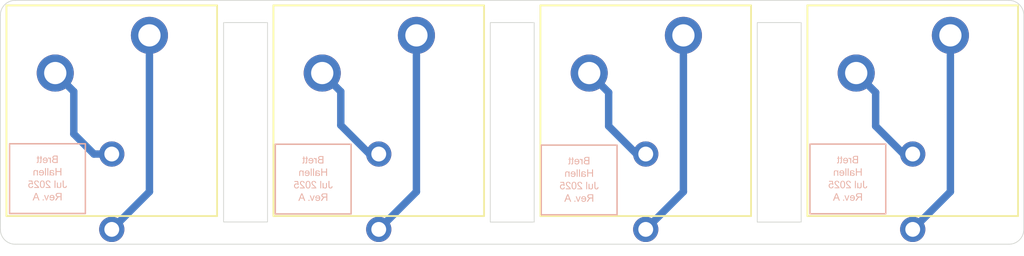
<source format=kicad_pcb>
(kicad_pcb (version 20241229) (generator "pcbnew") (generator_version "9.0")
  (title_block (title "Soviet VM16 Keyswitch to Cherry Converter") (date "15-Jul-2025") (rev "A") (company "Brett Hallen") (comment 1 "www.youtube.com/@Brfff"))
  (layers (0 "F.Cu" signal) (2 "B.Cu" signal) (13 "F.Paste" user) (15 "B.Paste" user) (5 "F.SilkS" user "F.Silkscreen") (7 "B.SilkS" user "B.Silkscreen") (1 "F.Mask" user) (3 "B.Mask" user) (25 "Edge.Cuts" user))
  (net 0 "")
  (net 1 "Net-(SW1-Pad1)")
  (net 2 "Net-(SW1-Pad2)")
  (net 3 "Net-(SW3-Pad1)")
  (net 4 "Net-(SW3-Pad2)")
  (net 5 "Net-(SW5-Pad1)")
  (net 6 "Net-(SW5-Pad2)")
  (net 7 "Net-(SW7-Pad1)")
  (net 8 "Net-(SW7-Pad2)")
  (footprint "PCM_Switch_Keyboard_Cherry_MX:SW_Cherry_MX_PCB" (layer "F.Cu") (at 83.293974 63.992026)
    (property "Reference" "SW4" (hide yes))
    (property "Value" "Cherry_MX" (hide yes))
    (fp_line (start -7.1 -7.1) (end -7.1 7.1) (stroke (width 0.12)) (layer "F.SilkS"))
    (fp_line (start -7.1 7.1) (end 7.1 7.1) (stroke (width 0.12)) (layer "F.SilkS"))
    (fp_line (start 7.1 -7.1) (end -7.1 -7.1) (stroke (width 0.12)) (layer "F.SilkS"))
    (fp_line (start 7.1 7.1) (end 7.1 -7.1) (stroke (width 0.12)) (layer "F.SilkS"))
    (pad "" np_thru_hole circle (at -5.08 0) (size 1.75 1.75) (drill 1.75) (layers "*.Cu" "*.Mask"))
    (pad "" np_thru_hole circle (at 0 0) (size 4 4) (drill 4) (layers "*.Cu" "*.Mask"))
    (pad "" np_thru_hole circle (at 5.08 0) (size 1.75 1.75) (drill 1.75) (layers "*.Cu" "*.Mask"))
    (pad "1" thru_hole circle (at -3.81 -2.54) (size 2.5 2.5) (drill 1.5) (layers "*.Cu" "*.Mask") (net 3 "Net-(SW3-Pad1)"))
    (pad "2" thru_hole circle (at 2.54 -5.08) (size 2.5 2.5) (drill 1.5) (layers "*.Cu" "*.Mask") (net 4 "Net-(SW3-Pad2)"))
  )
  (footprint "Clueless_Engineer:VM16_Keyswitch" (layer "F.Cu") (at 119.293974 71.992026)
    (property "Reference" "SW7" (hide yes))
    (property "Value" "Soviet_VM16" (hide yes))
    (pad "1" thru_hole circle (at 0 -5.08) (size 1.7 1.7) (drill 1) (layers "*.Cu" "*.Mask") (net 7 "Net-(SW7-Pad1)"))
    (pad "2" thru_hole circle (at 0 0) (size 1.7 1.7) (drill 1) (layers "*.Cu" "*.Mask") (net 8 "Net-(SW7-Pad2)"))
  )
  (footprint "Clueless_Engineer:VM16_Keyswitch" (layer "F.Cu") (at 83.293974 71.992026)
    (property "Reference" "SW3" (hide yes))
    (property "Value" "Soviet_VM16" (hide yes))
    (pad "1" thru_hole circle (at 0 -5.08) (size 1.7 1.7) (drill 1) (layers "*.Cu" "*.Mask") (net 3 "Net-(SW3-Pad1)"))
    (pad "2" thru_hole circle (at 0 0) (size 1.7 1.7) (drill 1) (layers "*.Cu" "*.Mask") (net 4 "Net-(SW3-Pad2)"))
  )
  (footprint "PCM_Switch_Keyboard_Cherry_MX:SW_Cherry_MX_PCB" (layer "F.Cu") (at 101.293974 63.992026)
    (property "Reference" "SW6" (hide yes))
    (property "Value" "Cherry_MX" (hide yes))
    (fp_line (start -7.1 -7.1) (end -7.1 7.1) (stroke (width 0.12)) (layer "F.SilkS"))
    (fp_line (start -7.1 7.1) (end 7.1 7.1) (stroke (width 0.12)) (layer "F.SilkS"))
    (fp_line (start 7.1 -7.1) (end -7.1 -7.1) (stroke (width 0.12)) (layer "F.SilkS"))
    (fp_line (start 7.1 7.1) (end 7.1 -7.1) (stroke (width 0.12)) (layer "F.SilkS"))
    (pad "" np_thru_hole circle (at -5.08 0) (size 1.75 1.75) (drill 1.75) (layers "*.Cu" "*.Mask"))
    (pad "" np_thru_hole circle (at 0 0) (size 4 4) (drill 4) (layers "*.Cu" "*.Mask"))
    (pad "" np_thru_hole circle (at 5.08 0) (size 1.75 1.75) (drill 1.75) (layers "*.Cu" "*.Mask"))
    (pad "1" thru_hole circle (at -3.81 -2.54) (size 2.5 2.5) (drill 1.5) (layers "*.Cu" "*.Mask") (net 5 "Net-(SW5-Pad1)"))
    (pad "2" thru_hole circle (at 2.54 -5.08) (size 2.5 2.5) (drill 1.5) (layers "*.Cu" "*.Mask") (net 6 "Net-(SW5-Pad2)"))
  )
  (footprint "Clueless_Engineer:VM16_Keyswitch" (layer "F.Cu") (at 65.293974 71.992026)
    (property "Reference" "SW1" (hide yes))
    (property "Value" "Soviet_VM16" (hide yes))
    (pad "1" thru_hole circle (at 0 -5.08) (size 1.7 1.7) (drill 1) (layers "*.Cu" "*.Mask") (net 1 "Net-(SW1-Pad1)"))
    (pad "2" thru_hole circle (at 0 0) (size 1.7 1.7) (drill 1) (layers "*.Cu" "*.Mask") (net 2 "Net-(SW1-Pad2)"))
  )
  (footprint "Clueless_Engineer:VM16_Keyswitch" (layer "F.Cu") (at 101.293974 71.992026)
    (property "Reference" "SW5" (hide yes))
    (property "Value" "Soviet_VM16" (hide yes))
    (pad "1" thru_hole circle (at 0 -5.08) (size 1.7 1.7) (drill 1) (layers "*.Cu" "*.Mask") (net 5 "Net-(SW5-Pad1)"))
    (pad "2" thru_hole circle (at 0 0) (size 1.7 1.7) (drill 1) (layers "*.Cu" "*.Mask") (net 6 "Net-(SW5-Pad2)"))
  )
  (footprint "PCM_Switch_Keyboard_Cherry_MX:SW_Cherry_MX_PCB" (layer "F.Cu") (at 65.293974 63.992026)
    (property "Reference" "SW2" (hide yes))
    (property "Value" "Cherry_MX" (hide yes))
    (fp_line (start -7.1 -7.1) (end -7.1 7.1) (stroke (width 0.12)) (layer "F.SilkS"))
    (fp_line (start -7.1 7.1) (end 7.1 7.1) (stroke (width 0.12)) (layer "F.SilkS"))
    (fp_line (start 7.1 -7.1) (end -7.1 -7.1) (stroke (width 0.12)) (layer "F.SilkS"))
    (fp_line (start 7.1 7.1) (end 7.1 -7.1) (stroke (width 0.12)) (layer "F.SilkS"))
    (pad "" np_thru_hole circle (at -5.08 0) (size 1.75 1.75) (drill 1.75) (layers "*.Cu" "*.Mask"))
    (pad "" np_thru_hole circle (at 0 0) (size 4 4) (drill 4) (layers "*.Cu" "*.Mask"))
    (pad "" np_thru_hole circle (at 5.08 0) (size 1.75 1.75) (drill 1.75) (layers "*.Cu" "*.Mask"))
    (pad "1" thru_hole circle (at -3.81 -2.54) (size 2.5 2.5) (drill 1.5) (layers "*.Cu" "*.Mask") (net 1 "Net-(SW1-Pad1)"))
    (pad "2" thru_hole circle (at 2.54 -5.08) (size 2.5 2.5) (drill 1.5) (layers "*.Cu" "*.Mask") (net 2 "Net-(SW1-Pad2)"))
  )
  (footprint "PCM_Switch_Keyboard_Cherry_MX:SW_Cherry_MX_PCB" (layer "F.Cu") (at 119.293974 63.992026)
    (property "Reference" "SW8" (hide yes))
    (property "Value" "Cherry_MX" (hide yes))
    (fp_line (start -7.1 -7.1) (end -7.1 7.1) (stroke (width 0.12)) (layer "F.SilkS"))
    (fp_line (start -7.1 7.1) (end 7.1 7.1) (stroke (width 0.12)) (layer "F.SilkS"))
    (fp_line (start 7.1 -7.1) (end -7.1 -7.1) (stroke (width 0.12)) (layer "F.SilkS"))
    (fp_line (start 7.1 7.1) (end 7.1 -7.1) (stroke (width 0.12)) (layer "F.SilkS"))
    (pad "" np_thru_hole circle (at -5.08 0) (size 1.75 1.75) (drill 1.75) (layers "*.Cu" "*.Mask"))
    (pad "" np_thru_hole circle (at 0 0) (size 4 4) (drill 4) (layers "*.Cu" "*.Mask"))
    (pad "" np_thru_hole circle (at 5.08 0) (size 1.75 1.75) (drill 1.75) (layers "*.Cu" "*.Mask"))
    (pad "1" thru_hole circle (at -3.81 -2.54) (size 2.5 2.5) (drill 1.5) (layers "*.Cu" "*.Mask") (net 7 "Net-(SW7-Pad1)"))
    (pad "2" thru_hole circle (at 2.54 -5.08) (size 2.5 2.5) (drill 1.5) (layers "*.Cu" "*.Mask") (net 8 "Net-(SW7-Pad2)"))
  )
  (gr_arc (start 126.783974 71.992026) (mid 126.491081 72.699133) (end 125.783974 72.992026) (stroke (width 0.05)) (layer "Edge.Cuts"))
  (gr_line (start 57.783974 71.992026) (end 57.783974 57.552026) (stroke (width 0.05)) (layer "Edge.Cuts"))
  (gr_rect (start 108.813974 58.052026) (end 111.773974 71.502026) (stroke (width 0.05)) (fill no) (layer "Edge.Cuts"))
  (gr_arc (start 58.783974 72.992026) (mid 58.076867 72.699133) (end 57.783974 71.992026) (stroke (width 0.05)) (layer "Edge.Cuts"))
  (gr_line (start 126.783974 57.552026) (end 126.783974 71.992026) (stroke (width 0.05)) (layer "Edge.Cuts"))
  (gr_rect (start 90.813974 58.052026) (end 93.773974 71.502026) (stroke (width 0.05)) (fill no) (layer "Edge.Cuts"))
  (gr_rect (start 72.833974 58.052026) (end 75.793974 71.492026) (stroke (width 0.05)) (fill no) (layer "Edge.Cuts"))
  (gr_line (start 58.783974 56.552026) (end 125.783974 56.552026) (stroke (width 0.05)) (layer "Edge.Cuts"))
  (gr_arc (start 57.783974 57.552026) (mid 58.076867 56.844919) (end 58.783974 56.552026) (stroke (width 0.05)) (layer "Edge.Cuts"))
  (gr_arc (start 125.783974 56.552026) (mid 126.491081 56.844919) (end 126.783974 57.552026) (stroke (width 0.05)) (layer "Edge.Cuts"))
  (gr_line (start 125.783974 72.992026) (end 58.783974 72.992026) (stroke (width 0.05)) (layer "Edge.Cuts"))
  (gr_text_box "Brett Hallen\nJul 2025\nRev. A" (start 76.32 66.25) (end 81.43 70.95) (margins 1.0025 1.0025 1.0025 1.0025) (layer "B.SilkS") (effects (font (size 0.5 0.5) (thickness 0.075)) (justify mirror)) (border yes) (stroke (width 0.1)))
  (gr_text_box "Brett Hallen\nJul 2025\nRev. A" (start 94.25 66.31) (end 99.36 71.01) (margins 1.0025 1.0025 1.0025 1.0025) (layer "B.SilkS") (effects (font (size 0.5 0.5) (thickness 0.075)) (justify mirror)) (border yes) (stroke (width 0.1)))
  (gr_text_box "Brett Hallen\nJul 2025\nRev. A" (start 58.405 66.22) (end 63.515 70.92) (margins 1.0025 1.0025 1.0025 1.0025) (layer "B.SilkS") (effects (font (size 0.5 0.5) (thickness 0.075)) (justify mirror)) (border yes) (stroke (width 0.1)))
  (gr_text_box "Brett Hallen\nJul 2025\nRev. A" (start 112.365 66.24) (end 117.475 70.94) (margins 1.0025 1.0025 1.0025 1.0025) (layer "B.SilkS") (effects (font (size 0.5 0.5) (thickness 0.075)) (justify mirror)) (border yes) (stroke (width 0.1)))
  (segment (start 64.091893 66.912026) (end 65.293974 66.912026) (width 0.5) (layer "B.Cu") (net 1))
  (segment (start 62.733973 65.554106) (end 64.091893 66.912026) (width 0.5) (layer "B.Cu") (net 1))
  (segment (start 61.483974 61.452026) (end 62.733973 62.702025) (width 0.5) (layer "B.Cu") (net 1))
  (segment (start 62.733973 62.702025) (end 62.733973 65.554106) (width 0.5) (layer "B.Cu") (net 1))
  (segment (start 67.833974 58.912026) (end 67.833974 69.452026) (width 0.5) (layer "B.Cu") (net 2))
  (segment (start 67.833974 69.452026) (end 65.293974 71.992026) (width 0.5) (layer "B.Cu") (net 2))
  (segment (start 82.677026 66.912026) (end 83.293974 66.912026) (width 0.5) (layer "B.Cu") (net 3))
  (segment (start 80.733973 64.968973) (end 82.677026 66.912026) (width 0.5) (layer "B.Cu") (net 3))
  (segment (start 79.483974 61.452026) (end 80.733973 62.702025) (width 0.5) (layer "B.Cu") (net 3))
  (segment (start 80.733973 62.702025) (end 80.733973 64.968973) (width 0.5) (layer "B.Cu") (net 3))
  (segment (start 85.833974 69.452026) (end 83.293974 71.992026) (width 0.5) (layer "B.Cu") (net 4))
  (segment (start 85.833974 58.912026) (end 85.833974 69.452026) (width 0.5) (layer "B.Cu") (net 4))
  (segment (start 98.792974 65.027974) (end 100.677026 66.912026) (width 0.5) (layer "B.Cu") (net 5))
  (segment (start 97.483974 61.452026) (end 98.792974 62.761026) (width 0.5) (layer "B.Cu") (net 5))
  (segment (start 98.792974 62.761026) (end 98.792974 65.027974) (width 0.5) (layer "B.Cu") (net 5))
  (segment (start 100.677026 66.912026) (end 101.293974 66.912026) (width 0.5) (layer "B.Cu") (net 5))
  (segment (start 103.833974 58.912026) (end 103.833974 69.452026) (width 0.5) (layer "B.Cu") (net 6))
  (segment (start 103.833974 69.452026) (end 101.293974 71.992026) (width 0.5) (layer "B.Cu") (net 6))
  (segment (start 115.483974 61.452026) (end 116.792974 62.761026) (width 0.5) (layer "B.Cu") (net 7))
  (segment (start 118.677026 66.912026) (end 119.293974 66.912026) (width 0.5) (layer "B.Cu") (net 7))
  (segment (start 116.792974 65.027974) (end 118.677026 66.912026) (width 0.5) (layer "B.Cu") (net 7))
  (segment (start 116.792974 62.761026) (end 116.792974 65.027974) (width 0.5) (layer "B.Cu") (net 7))
  (segment (start 121.833974 69.452026) (end 119.293974 71.992026) (width 0.5) (layer "B.Cu") (net 8))
  (segment (start 121.833974 58.912026) (end 121.833974 69.452026) (width 0.5) (layer "B.Cu") (net 8))
)
</source>
